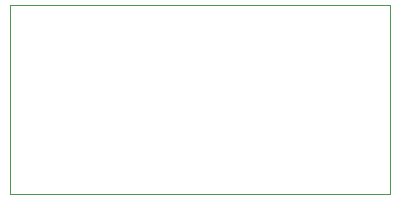
<source format=gbr>
%TF.GenerationSoftware,KiCad,Pcbnew,7.0.9*%
%TF.CreationDate,2024-01-23T01:00:11-08:00*%
%TF.ProjectId,genesis_m2_svideo_simple_standard,67656e65-7369-4735-9f6d-325f73766964,rev?*%
%TF.SameCoordinates,Original*%
%TF.FileFunction,Profile,NP*%
%FSLAX46Y46*%
G04 Gerber Fmt 4.6, Leading zero omitted, Abs format (unit mm)*
G04 Created by KiCad (PCBNEW 7.0.9) date 2024-01-23 01:00:11*
%MOMM*%
%LPD*%
G01*
G04 APERTURE LIST*
%TA.AperFunction,Profile*%
%ADD10C,0.100000*%
%TD*%
G04 APERTURE END LIST*
D10*
X72644000Y-65532000D02*
X104818000Y-65532000D01*
X104818000Y-81523000D01*
X72644000Y-81523000D01*
X72644000Y-65532000D01*
M02*

</source>
